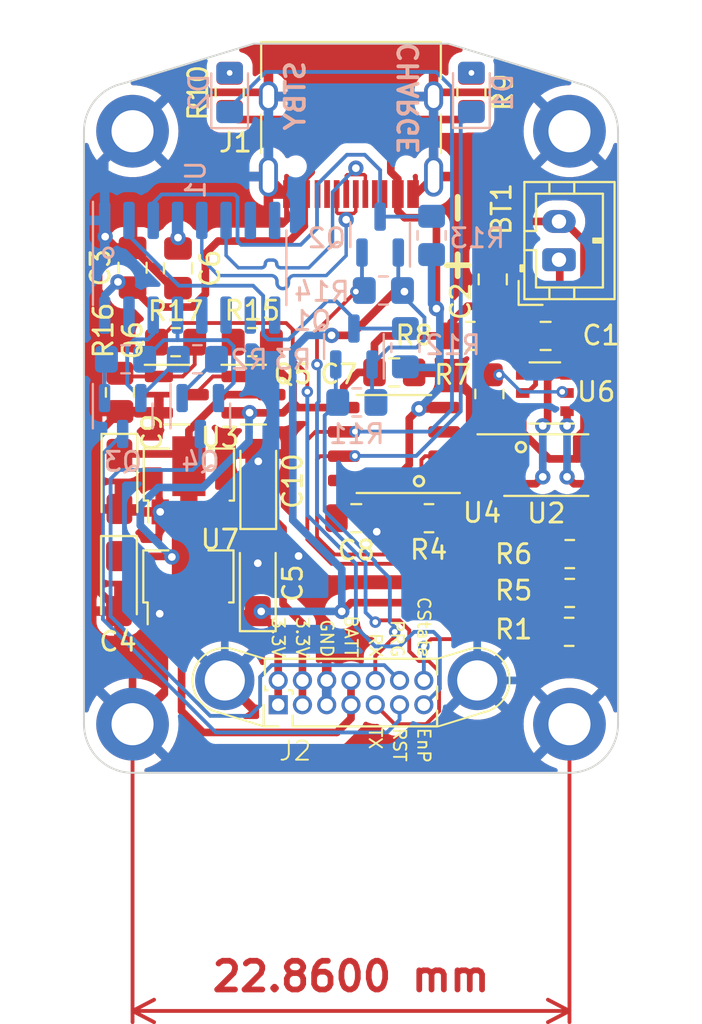
<source format=kicad_pcb>
(kicad_pcb (version 20221018) (generator pcbnew)
  (layers (0 "F.Cu" signal) (31 "B.Cu" signal) (34 "B.Paste" user) (35 "F.Paste" user) (36 "B.SilkS" user "B.Silkscreen") (37 "F.SilkS" user "F.Silkscreen") (38 "B.Mask" user) (39 "F.Mask" user) (44 "Edge.Cuts" user))
  (net 0 "")
  (net 1 "GND")
  (net 2 "+5V")
  (net 3 "+BATT")
  (net 4 "+3.3V")
  (net 6 "USB_D+")
  (net 7 "USB_D-")
  (net 11 "UC_EN")
  (net 12 "UC_ID0")
  (net 13 "UC_RX")
  (net 14 "UC_TX")
  (net 22 "+3.3VP")
  (net 23 "EnPower")
  (net 24 "ChargeState")
  (net 25 "Net-(Q3-B)")
  (net 26 "Net-(Q3-E)")
  (net 27 "Net-(Q4-B)")
  (net 28 "Net-(Q4-E)")
  (net 29 "Net-(U4-PROG)")
  (net 30 "-BATT")
  (net 31 "Net-(U6-VCC)")
  (net 32 "STATE_CHARGE")
  (net 33 "Net-(D1-A)")
  (net 34 "STATE_STBY")
  (net 35 "Net-(D2-A)")
  (net 36 "Net-(U6-CS)")
  (net 37 "Net-(U2-G1)")
  (net 38 "Net-(U2-G2)")
  (net 42 "Net-(U1-V3)")
  (net 43 "Net-(Q5-D)")
  (net 44 "Net-(Q1-D)")
  (net 45 "Net-(Q2-D)")
  (net 46 "Net-(Q5-G)")
  (net 47 "Net-(Q6-G)")
  (footprint "Capacitor_SMD:C_0805_2012Metric_Pad1.18x1.45mm_HandSolder" (layer "F.Cu") (at 0.2755 -9.11425 180)
    (fp_text reference "C8")
    (fp_text value "10uF")
  )
  (footprint "Capacitor_SMD:C_0805_2012Metric_Pad1.18x1.45mm_HandSolder" (layer "F.Cu") (at -9.051 -22.1726 -90)
    (fp_text reference "C6")
    (fp_text value "0.1uF")
  )
  (footprint "Resistor_SMD:R_0805_2012Metric_Pad1.20x1.40mm_HandSolder" (layer "F.Cu") (at -12.089 -15.68795 90)
    (fp_text reference "R16")
    (fp_text value "10K")
  )
  (footprint "Resistor_SMD:R_0805_2012Metric_Pad1.20x1.40mm_HandSolder" (layer "F.Cu") (at 4.08 -9.11425)
    (fp_text reference "R4")
    (fp_text value "R")
  )
  (footprint "Package_TO_SOT_SMD:SOT-89-3" (layer "F.Cu") (at -8.5076 -6.07075 90)
    (fp_text reference "U7")
    (fp_text value "XC6203")
  )
  (footprint "Resistor_SMD:R_0805_2012Metric_Pad1.20x1.40mm_HandSolder" (layer "F.Cu") (at 7.239 -15.60725 90)
    (fp_text reference "R7")
    (fp_text value "1K")
  )
  (footprint "Package_SO:TSSOP-8_4.4x3mm_P0.65mm" (layer "F.Cu") (at 10.2185 -11.88825)
    (fp_text reference "U2")
    (fp_text value "FS8205A")
  )
  (footprint "Capacitor_SMD:C_0805_2012Metric_Pad1.18x1.45mm_HandSolder" (layer "F.Cu") (at 10.1815 -18.63925)
    (fp_text reference "C1")
    (fp_text value "100nF")
  )
  (footprint "Package_TO_SOT_SMD:SOT-23" (layer "F.Cu") (at -5.1017 -15.57035)
    (fp_text reference "Q5")
    (fp_text value "AO3401A")
  )
  (footprint "Resistor_SMD:R_0805_2012Metric_Pad1.20x1.40mm_HandSolder" (layer "F.Cu") (at 11.446 -5.207)
    (fp_text reference "R5")
    (fp_text value "50K")
  )
  (footprint "Capacitor_Tantalum_SMD:CP_EIA-3216-18_Kemet-A_Pad1.58x1.35mm_HandSolder" (layer "F.Cu") (at -12.1412 -5.69555 -90)
    (fp_text reference "C4")
    (fp_text value "1uF Tantalum")
  )
  (footprint "Package_TO_SOT_SMD:SOT-89-3" (layer "F.Cu") (at -8.4822 -11.394 90)
    (fp_text reference "U3")
    (fp_text value "XC6203")
  )
  (footprint "Connector_JST:JST_PH_B2B-PH-K_1x02_P2.00mm_Vertical" (layer "F.Cu") (at 10.88 -22.622 90)
    (fp_text reference "BT1")
    (fp_text value "Battery_Cell")
  )
  (footprint "MountingHole:MountingHole_2.2mm_M2_DIN965_Pad" (layer "F.Cu") (at -11.43 -29.337)
    (fp_text reference "H2" hide)
    (fp_text value "MountingHole_Pad" hide)
  )
  (footprint "Package_SO:TSOP-6_1.65x3.05mm_P0.95mm" (layer "F.Cu") (at 10.143 -15.65725 180)
    (fp_text reference "U6")
    (fp_text value "DW01-P")
  )
  (footprint "Resistor_SMD:R_0805_2012Metric_Pad1.20x1.40mm_HandSolder" (layer "F.Cu") (at 6.239 -18.63925)
    (fp_text reference "R8")
    (fp_text value "100")
  )
  (footprint "Resistor_SMD:R_0805_2012Metric_Pad1.20x1.40mm_HandSolder" (layer "F.Cu") (at 11.446 -7.239)
    (fp_text reference "R6")
    (fp_text value "25K")
  )
  (footprint "Capacitor_Tantalum_SMD:CP_EIA-3216-18_Kemet-A_Pad1.58x1.35mm_HandSolder" (layer "F.Cu") (at -4.8514 -11.0339 90)
    (fp_text reference "C10")
    (fp_text value "1uF Tantalum")
  )
  (footprint "Resistor_SMD:R_0805_2012Metric_Pad1.20x1.40mm_HandSolder" (layer "F.Cu") (at 11.414 -3.175 180)
    (fp_text reference "R1")
    (fp_text value "50K")
  )
  (footprint "Capacitor_SMD:C_0805_2012Metric_Pad1.18x1.45mm_HandSolder" (layer "F.Cu") (at -11.43 -22.2019 90)
    (fp_text reference "C3")
    (fp_text value "0.1uF")
  )
  (footprint "Resistor_SMD:R_0805_2012Metric_Pad1.20x1.40mm_HandSolder" (layer "F.Cu") (at -6.35 -31.369 -90)
    (fp_text reference "R10")
    (fp_text value "1K")
  )
  (footprint "Package_TO_SOT_SMD:SOT-23" (layer "F.Cu") (at -9.1149 -15.57035)
    (fp_text reference "Q6")
    (fp_text value "2N7002")
  )
  (footprint "Resistor_SMD:R_0805_2012Metric_Pad1.20x1.40mm_HandSolder" (layer "F.Cu") (at 6.2992 -31.369 -90)
    (fp_text reference "R9")
    (fp_text value "1K")
  )
  (footprint "Connectors:PowerBoard" (layer "F.Cu") (at 0 0)
    (fp_text reference "J2")
    (fp_text value "POWERBOARD")
  )
  (footprint "Resistor_SMD:R_0805_2012Metric_Pad1.20x1.40mm_HandSolder" (layer "F.Cu") (at -9.1774 -18.31355 180)
    (fp_text reference "R17")
    (fp_text value "1K")
  )
  (footprint "Resistor_SMD:R_0805_2012Metric_Pad1.20x1.40mm_HandSolder" (layer "F.Cu") (at -5.1642 -18.31355)
    (fp_text reference "R15")
    (fp_text value "10K")
  )
  (footprint "Package_SO:SOP-8_3.9x4.9mm_P1.27mm" (layer "F.Cu") (at 2.244 -12.99025 180)
    (fp_text reference "U4")
    (fp_text value "TC4056A")
  )
  (footprint "Capacitor_SMD:C_0805_2012Metric_Pad1.18x1.45mm_HandSolder" (layer "F.Cu") (at 7.4168 -21.5939 90)
    (fp_text reference "C2")
    (fp_text value "10uF")
  )
  (footprint "Capacitor_SMD:C_0805_2012Metric_Pad1.18x1.45mm_HandSolder" (layer "F.Cu") (at 2.2645 -16.73425)
    (fp_text reference "C7")
    (fp_text value "10uF")
  )
  (footprint "Capacitor_Tantalum_SMD:CP_EIA-3216-18_Kemet-A_Pad1.58x1.35mm_HandSolder" (layer "F.Cu") (at -12.1158 -11.0339 -90)
    (fp_text reference "C9")
    (fp_text value "1uF Tantalum")
  )
  (footprint "Connector_USB:USB_C_Receptacle_HRO_TYPE-C-31-M-12" (layer "F.Cu") (at 0 -30.099 180)
    (fp_text reference "J1")
    (fp_text value "USB_C_Receptacle_USB2.0")
  )
  (footprint "MountingHole:MountingHole_2.2mm_M2_DIN965_Pad" (layer "F.Cu") (at 11.43 -29.337)
    (fp_text reference "H1" hide)
    (fp_text value "MountingHole_Pad" hide)
  )
  (footprint "MountingHole:MountingHole_2.2mm_M2_DIN965_Pad" (layer "F.Cu") (at 11.43 1.651)
    (fp_text reference "H3" hide)
    (fp_text value "MountingHole_Pad")
  )
  (footprint "Capacitor_Tantalum_SMD:CP_EIA-3216-18_Kemet-A_Pad1.58x1.35mm_HandSolder" (layer "F.Cu") (at -4.8768 -5.69555 90)
    (fp_text reference "C5")
    (fp_text value "1uF Tantalum")
  )
  (footprint "MountingHole:MountingHole_2.2mm_M2_DIN965_Pad" (layer "F.Cu") (at -11.43 1.651)
    (fp_text reference "H4" hide)
    (fp_text value "MountingHole_Pad")
  )
  (footprint "Diode_SMD:D_0805_2012Metric_Pad1.15x1.40mm_HandSolder" (layer "B.Cu") (at -6.35 -31.36 90)
    (fp_text reference "D2")
    (fp_text value "STBY")
  )
  (footprint "Diode_SMD:D_0805_2012Metric_Pad1.15x1.40mm_HandSolder" (layer "B.Cu") (at 6.2992 -31.369 90)
    (fp_text reference "D1")
    (fp_text value "CHARGE")
  )
  (footprint "Package_TO_SOT_SMD:SOT-23" (layer "B.Cu") (at -11.9466 -14.4549 -90)
    (fp_text reference "Q3")
    (fp_text value "BC846")
  )
  (footprint "Package_TO_SOT_SMD:SOT-23" (layer "B.Cu") (at 0.1524 -18.0871 90)
    (fp_text reference "Q1")
    (fp_text value "BS170F")
  )
  (footprint "Resistor_SMD:R_0805_2012Metric_Pad1.20x1.40mm_HandSolder" (layer "B.Cu") (at 1.6924 -21.0124)
    (fp_text reference "R14")
    (fp_text value "12K")
  )
  (footprint "Resistor_SMD:R_0805_2012Metric_Pad1.20x1.40mm_HandSolder" (layer "B.Cu") (at -8.037 -17.4198)
    (fp_text reference "R3")
    (fp_text value "12K")
  )
  (footprint "Resistor_SMD:R_0805_2012Metric_Pad1.20x1.40mm_HandSolder" (layer "B.Cu") (at 0.3048 -15.1638)
    (fp_text reference "R11")
    (fp_text value "12K")
  )
  (footprint "Package_TO_SOT_SMD:SOT-23" (layer "B.Cu") (at 1.524 -23.9357 90)
    (fp_text reference "Q2")
    (fp_text value "BS170F")
  )
  (footprint "Resistor_SMD:R_0805_2012Metric_Pad1.20x1.40mm_HandSolder" (layer "B.Cu") (at 2.8448 -18.0246 -90)
    (fp_text reference "R12")
    (fp_text value "12K")
  )
  (footprint "Resistor_SMD:R_0805_2012Metric_Pad1.20x1.40mm_HandSolder" (layer "B.Cu") (at -11.7962 -17.4198 180)
    (fp_text reference "R2")
    (fp_text value "12K")
  )
  (footprint "Resistor_SMD:R_0805_2012Metric_Pad1.20x1.40mm_HandSolder" (layer "B.Cu") (at 4.2164 -23.892 -90)
    (fp_text reference "R13")
    (fp_text value "12K")
  )
  (footprint "Package_TO_SOT_SMD:SOT-23" (layer "B.Cu") (at -7.8842 -14.4549 -90)
    (fp_text reference "Q4")
    (fp_text value "BC846")
  )
  (footprint "Package_SO:SOIC-16_3.9x9.9mm_P1.27mm" (layer "B.Cu") (at -8.4414 -22.2019 -90)
    (fp_text reference "U1")
    (fp_text value "CH340C")
  )
  (gr_circle (center -12.7 -22.987) (end -12.954 -22.987) (stroke (width 0.15)) (fill none) (layer "B.SilkS"))
  (gr_circle (center 8.89 -12.827) (end 9.144 -12.827) (stroke (width 0.15)) (fill none) (layer "F.SilkS"))
  (gr_circle (center 3.556 -11.049) (end 3.81 -11.049) (stroke (width 0.15)) (fill none) (layer "F.SilkS"))
  (gr_line (start -11.981003 -31.816515) (end -5.08 -33.909) (stroke (width 0.1)) (layer "Edge.Cuts"))
  (gr_line (start -13.97 1.651) (end -13.97 -29.337) (stroke (width 0.1)) (layer "Edge.Cuts"))
  (gr_arc (start -13.97 -29.337) (mid -13.411306 -30.926347) (end -11.981003 -31.816515) (stroke (width 0.1)) (layer "Edge.Cuts"))
  (gr_arc (start 11.981003 -31.816515) (mid 13.411306 -30.926348) (end 13.97 -29.337) (stroke (width 0.1)) (layer "Edge.Cuts"))
  (gr_line (start 5.08 -33.909) (end 11.981003 -31.816515) (stroke (width 0.1)) (layer "Edge.Cuts"))
  (gr_line (start -5.08 -33.909) (end 5.08 -33.909) (stroke (width 0.1)) (layer "Edge.Cuts"))
  (gr_arc (start 13.97 1.651) (mid 13.226051 3.447051) (end 11.43 4.191) (stroke (width 0.1)) (layer "Edge.Cuts"))
  (gr_line (start 13.97 -29.337) (end 13.97 1.651) (stroke (width 0.1)) (layer "Edge.Cuts"))
  (gr_line (start 11.43 4.191) (end -11.43 4.191) (stroke (width 0.1)) (layer "Edge.Cuts"))
  (gr_arc (start -11.43 4.191) (mid -13.226051 3.447051) (end -13.97 1.651) (stroke (width 0.1)) (layer "Edge.Cuts"))
  (gr_text "CHARGE" (at 3.6068 -31.0642 90) (layer "B.SilkS") (effects (font (size 1 1) (thickness 0.2)) (justify bottom mirror)))
  (gr_text "STBY" (at -2.3368 -31.1912 90) (layer "B.SilkS") (effects (font (size 1 1) (thickness 0.2)) (justify bottom mirror)))
  (gr_text "+ -" (at 6.35 -21.209 90) (layer "F.SilkS") (effects (font (size 1.5 1.5) (thickness 0.3) bold) (justify left bottom)))
  (dimension (type aligned) (layer "F.Cu") (pts (xy -11.43 1.651) (xy 11.43 1.651)) (height 14.986) (gr_text "22.8600 mm" (at 0 14.837) (layer "F.Cu") (effects (font (size 1.5 1.5) (thickness 0.3)))) (format (prefix "") (suffix "") (units 3) (units_format 1) (precision 4)) (style (thickness 0.2) (arrow_length 1.27) (text_position_mode 0) (extension_height 0.58642) (extension_offset 0.5) keep_text_aligned))
  (segment (start -12.1412 -4.25805) (end -13.2162 -5.33305) (width 0.4) (layer "F.Cu") (net 1))
  (segment (start 1.313 -9.11425) (end 1.313 -8.43625) (width 0.4) (layer "F.Cu") (net 1))
  (segment (start 3.25 -26.054) (end 3.405 -26.054) (width 0.4) (layer "F.Cu") (net 1))
  (segment (start -4.54 -31.369) (end -9.398 -31.369) (width 0.4) (layer "F.Cu") (net 1))
  (segment (start 1.3462 -8.4074) (end 1.3462 -8.40305) (width 0.4) (layer "F.Cu") (net 1))
  (segment (start -9.398 -31.369) (end -11.43 -29.337) (width 0.4) (layer "F.Cu") (net 1))
  (segment (start -13.208 -23.4805) (end -12.861 -23.8275) (width 0.4) (layer "F.Cu") (net 1))
  (segment (start 2.032 -7.71725) (end 4.191 -7.71725) (width 0.4) (layer "F.Cu") (net 1))
  (segment (start 1.3462 -8.40305) (end 2.032 -7.71725) (width 0.4) (layer "F.Cu") (net 1))
  (segment (start 6.210375 -14.60725) (end 6.208125 -14.605) (width 0.4) (layer "F.Cu") (net 1))
  (segment (start 6.208125 -14.605) (end 6.208125 -15.733125) (width 0.4) (layer "F.Cu") (net 1))
  (segment (start 6.2185 -13.58675) (end 6.208125 -13.597125) (width 0.4) (layer "F.Cu") (net 1))
  (segment (start 6.2185 -12.16225) (end 6.2185 -11.60375) (width 0.4) (layer "F.Cu") (net 1))
  (segment (start -1.27 -3.683) (end -2.7432 -5.1562) (width 0.4) (layer "F.Cu") (net 1))
  (segment (start 3.302 -16.73425) (end 5.207 -16.73425) (width 0.4) (layer "F.Cu") (net 1))
  (segment (start 7.356 -12.21325) (end 6.2695 -12.21325) (width 0.4) (layer "F.Cu") (net 1))
  (segment (start -1.27 -0.635) (end -1.27 0.635) (width 0.4) (layer "F.Cu") (net 1))
  (segment (start -2.7432 -5.1562) (end -2.7432 -7.1374) (width 0.4) (layer "F.Cu") (net 1))
  (segment (start -13.2162 -13.56075) (end -13.208 -13.56895) (width 0.4) (layer "F.Cu") (net 1))
  (segment (start 7.356 -12.21325) (end 7.356 -11.56325) (width 0.4) (layer "F.Cu") (net 1))
  (segment (start -11.43 -1.905) (end -11.43 1.651) (width 0.4) (layer "F.Cu") (net 1))
  (segment (start -3.405 -26.054) (end -4.32 -26.969) (width 0.4) (layer "F.Cu") (net 1))
  (segment (start 5.207 -16.73425) (end 6.208125 -15.733125) (width 0.4) (layer "F.Cu") (net 1))
  (segment (start 1.313 -8.43625) (end 1.34185 -8.4074) (width 0.4) (layer "F.Cu") (net 1))
  (segment (start -12.2729 -23.2394) (end -12.861 -23.8275) (width 0.4) (layer "F.Cu") (net 1))
  (segment (start 4.869 -11.08525) (end 4.869 -9.32525) (width 0.4) (layer "F.Cu") (net 1))
  (segment (start -12.192 -4.20725) (end -12.192 -2.667) (width 0.4) (layer "F.Cu") (net 1))
  (segment (start 4.869 -13.62525) (end 6.18 -13.62525) (width 0.4) (layer "F.Cu") (net 1))
  (segment (start -9.9822 -9.444) (end -11.9634 -9.444) (width 0.4) (layer "F.Cu") (net 1))
  (segment (start -13.208 -13.56895) (end -13.208 -23.4805) (width 0.4) (layer "F.Cu") (net 1))
  (segment (start 5.08 -8.60625) (end 4.191 -7.71725) (width 0.4) (layer "F.Cu") (net 1))
  (segment (start -4.32 -31.149) (end 4.32 -31.149) (width 0.4) (layer "F.Cu") (net 1))
  (segment (start 5.781 -11.08525) (end 6.259 -11.56325) (width 0.4) (layer "F.Cu") (net 1))
  (segment (start -13.2162 -5.33305) (end -13.2162 -13.56075) (width 0.4) (layer "F.Cu") (net 1))
  (segment (start -1.27 -0.635) (end -1.27 -3.683) (width 0.4) (layer "F.Cu") (net 1))
  (segment (start 6.259 -11.56325) (end 7.356 -11.56325) (width 0.4) (layer "F.Cu") (net 1))
  (segment (start -11.43 -23.2394) (end -12.2729 -23.2394) (width 0.4) (layer "F.Cu") (net 1))
  (segment (start 6.18 -13.62525) (end 6.2185 -13.58675) (width 0.4) (layer "F.Cu") (net 1))
  (segment (start 7.239 -14.60725) (end 6.210375 -14.60725) (width 0.4) (layer "F.Cu") (net 1))
  (segment (start -10.0524 -14.62035) (end -12.0214 -14.62035) (width 0.4) (layer "F.Cu") (net 1))
  (segment (start 5.08 -9.11425) (end 5.08 -8.60625) (width 0.4) (layer "F.Cu") (net 1))
  (segment (start 6.2695 -12.21325) (end 6.2185 -12.16225) (width 0.4) (layer "F.Cu") (net 1))
  (segment (start 4.869 -11.08525) (end 5.781 -11.08525) (width 0.4) (layer "F.Cu") (net 1))
  (segment (start 6.208125 -13.597125) (end 6.208125 -14.605) (width 0.4) (layer "F.Cu") (net 1))
  (segment (start -10.0076 -4.12075) (end -12.0039 -4.12075) (width 0.4) (layer "F.Cu") (net 1))
  (segment (start -3.25 -26.054) (end -3.405 -26.054) (width 0.4) (layer "F.Cu") (net 1))
  (segment (start 1.34185 -8.4074) (end 1.3462 -8.4074) (width 0.4) (layer "F.Cu") (net 1))
  (segment (start -9.3257 -21.1351) (end -11.43 -23.2394) (width 0.4) (layer "F.Cu") (net 1))
  (segment (start 3.405 -26.054) (end 4.32 -26.969) (width 0.4) (layer "F.Cu") (net 1))
  (segment (start -12.192 -2.667) (end -11.43 -1.905) (width 0.4) (layer "F.Cu") (net 1))
  (segment (start 6.2185 -13.58675) (end 6.2185 -12.16225) (width 0.4) (layer "F.Cu") (net 1))
  (segment (start 9.398 -31.369) (end 4.54 -31.369) (width 0.4) (layer "F.Cu") (net 1))
  (segment (start 11.43 -29.337) (end 9.398 -31.369) (width 0.4) (layer "F.Cu") (net 1))
  (segment (start 6.2185 -11.60375) (end 6.259 -11.56325) (width 0.4) (layer "F.Cu") (net 1))
  (segment (start -13.2162 -13.56075) (end -12.089 -14.68795) (width 0.4) (layer "F.Cu") (net 1))
  (via (at -2.7432 -7.1374) (size 0.8) (drill 0.4) (layers "F.Cu" "B.Cu") (net 1))
  (via (at -4.8514 -12.0856) (size 0.8) (drill 0.4) (layers "F.Cu" "B.Cu") (net 1))
  (via (at -12.861 -23.8275) (size 0.8) (drill 0.4) (layers "F.Cu" "B.Cu") (net 1))
  (via (at -10.0076 -4.12075) (size 0.8) (drill 0.4) (layers "F.Cu" "B.Cu") (net 1))
  (via (at -9.9822 -9.444) (size 0.8) (drill 0.4) (layers "F.Cu" "B.Cu") (net 1))
  (via (at -4.8768 -6.76235) (size 0.8) (drill 0.4) (layers "F.Cu" "B.Cu") (net 1))
  (via (at 1.3462 -8.4074) (size 0.8) (drill 0.4) (layers "F.Cu" "B.Cu") (net 1))
  (segment (start -12.8864 -24.6769) (end -12.8864 -27.8806) (width 0.4) (layer "B.Cu") (net 1))
  (segment (start -12.8864 -27.8806) (end -11.43 -29.337) (width 0.4) (layer "B.Cu") (net 1))
  (segment (start -4.32 -31.149) (end -4.32 -29.845) (width 0.4) (layer "B.Cu") (net 1))
  (segment (start 9.144 -0.635) (end 6.604 -0.635) (width 0.4) (layer "B.Cu") (net 1))
  (segment (start -11.43 1.651) (end -9.652 3.429) (width 0.4) (layer "B.Cu") (net 1))
  (segment (start -9.9822 -9.444) (end -7.493 -9.444) (width 0.4) (layer "B.Cu") (net 1))
  (segment (start 6.604 -0.635) (end 6.604 -3.1496) (width 0.4) (layer "B.Cu") (net 1))
  (segment (start -4.50175 -7.1374) (end -4.8768 -6.76235) (width 0.4) (layer "B.Cu") (net 1))
  (segment (start 6.604 -3.1496) (end 1.3462 -8.4074) (width 0.4) (layer "B.Cu") (net 1))
  (segment (start 4.32 -29.845) (end 4.32 -26.969) (width 0.4) (layer "B.Cu") (net 1))
  (segment (start -7.493 -9.444) (end -4.8514 -12.0856) (width 0.4) (layer "B.Cu") (net 1))
  (segment (start -7.493 -9.444) (end -7.493 -9.37855) (width 0.4) (layer "B.Cu") (net 1))
  (segment (start -4.32 -29.845) (end -4.32 -26.969) (width 0.4) (layer "B.Cu") (net 1))
  (segment (start 11.43 1.651) (end 9.144 -0.635) (width 0.4) (layer "B.Cu") (net 1))
  (segment (start 13.208 -27.559) (end 11.43 -29.337) (width 0.4) (layer "B.Cu") (net 1))
  (segment (start -7.5184 -4.12075) (end -4.8768 -6.76235) (width 0.4) (layer "B.Cu") (net 1))
  (segment (start -9.652 3.429) (end 9.652 3.429) (width 0.4) (layer "B.Cu") (net 1))
  (segment (start -6.604 -3.20635) (end -7.5184 -4.12075) (width 0.4) (layer "B.Cu") (net 1))
  (segment (start -10.0076 -4.12075) (end -7.5184 -4.12075) (width 0.4) (layer "B.Cu") (net 1))
  (segment (start -7.493 -9.37855) (end -4.8768 -6.76235) (width 0.4) (layer "B.Cu") (net 1))
  (segment (start -2.7432 -7.1374) (end -4.50175 -7.1374) (width 0.4) (layer "B.Cu") (net 1))
  (segment (start -6.604 -0.635) (end -6.604 -3.20635) (width 0.4) (layer "B.Cu") (net 1))
  (segment (start 11.43 1.651) (end 13.208 -0.127) (width 0.4) (layer "B.Cu") (net 1))
  (segment (start 9.652 3.429) (end 11.43 1.651) (width 0.4) (layer "B.Cu") (net 1))
  (segment (start 13.208 -0.127) (end 13.208 -27.559) (width 0.4) (layer "B.Cu") (net 1))
  (segment (start -4.32 -29.845) (end 4.32 -29.845) (width 0.4) (layer "B.Cu") (net 1))
  (segment (start 4.32 -31.149) (end 4.32 -29.845) (width 0.4) (layer "B.Cu") (net 1))
  (segment (start -11.43 -21.1644) (end -10.4132 -20.1476) (width 0.4) (layer "F.Cu") (net 2))
  (segment (start -2.0828 -27.210184) (end -2.0828 -29.949) (width 0.4) (layer "F.Cu") (net 2))
  (segment (start 4.1148 -24.8158) (end 2.8056 -24.8158) (width 0.4) (layer "F.Cu") (net 2))
  (segment (start 2.225 -11.08525) (end -0.381 -11.08525) (width 0.4) (layer "F.Cu") (net 2))
  (segment (start -8.306761 -20.1476) (end -7.62 -20.834361) (width 0.4) (layer "F.Cu") (net 2))
  (segment (start 2.45 -26.054) (end 2.45 -26.842984) (width 0.4) (layer "F.Cu") (net 2))
  (segment (start 2.8056 -24.8158) (end 2.45 -25.1714) (width 0.4) (layer "F.Cu") (net 2))
  (segment (start 5.8792 -29.949) (end 6.2992 -30.369) (width 0.4) (layer "F.Cu") (net 2))
  (segment (start 3.56035 -14.8336) (end 3.048 -14.32125) (width 0.4) (layer "F.Cu") (net 2))
  (segment (start -2.0828 -29.949) (end 2.0828 -29.949) (width 0.4) (layer "F.Cu") (net 2))
  (segment (start -7.62 -20.834361) (end -7.62 -22.9362) (width 0.4) (layer "F.Cu") (net 2))
  (segment (start 3.556 -14.8336) (end 3.56035 -14.8336) (width 0.4) (layer "F.Cu") (net 2))
  (segment (start -2.45 -24.3956) (end -2.45 -26.054) (width 0.4) (layer "F.Cu") (net 2))
  (segment (start 4.470183 -14.82925) (end 3.556 -14.82925) (width 0.4) (layer "F.Cu") (net 2))
  (segment (start 4.4704 -24.4602) (end 4.1148 -24.8158) (width 0.4) (layer "F.Cu") (net 2))
  (segment (start 2.45 -25.1714) (end 2.45 -26.054) (width 0.4) (layer "F.Cu") (net 2))
  (segment (start -5.93 -29.949) (end -2.0828 -29.949) (width 0.4) (layer "F.Cu") (net 2))
  (segment (start 3.048 -11.90825) (end 2.225 -11.08525) (width 0.4) (layer "F.Cu") (net 2))
  (segment (start 4.4704 -20.066) (end 4.4704 -24.4602) (width 0.4) (layer "F.Cu") (net 2))
  (segment (start -2.45 -26.842984) (end -2.0828 -27.210184) (width 0.4) (layer "F.Cu") (net 2))
  (segment (start 2.45 -26.842984) (end 2.0828 -27.210184) (width 0.4) (layer "F.Cu") (net 2))
  (segment (start -6.35 -30.369) (end -5.93 -29.949) (width 0.4) (layer "F.Cu") (net 2))
  (segment (start -2.45 -26.054) (end -2.45 -26.842984) (width 0.4) (layer "F.Cu") (net 2))
  (segment (start -6.9596 -23.5966) (end -3.2258 -23.5966) (width 0.4) (layer "F.Cu") (net 2))
  (segment (start 2.0828 -29.949) (end 5.8792 -29.949) (width 0.4) (layer "F.Cu") (net 2))
  (segment (start -3.2258 -23.5966) (end -2.4384 -24.384) (width 0.4) (layer "F.Cu") (net 2))
  (segment (start 3.048 -14.32125) (end 3.048 -11.90825) (width 0.4) (layer "F.Cu") (net 2))
  (segment (start -2.4384 -24.384) (end -2.45 -24.3956) (width 0.4) (layer "F.Cu") (net 2))
  (segment (start 3.556 -14.82925) (end 3.556 -14.8336) (width 0.4) (layer "F.Cu") (net 2))
  (segment (start -7.62 -22.9362) (end -6.9596 -23.5966) (width 0.4) (layer "F.Cu") (net 2))
  (segment (start -0.381 -11.08525) (end -0.381 -9.49525) (width 0.4) (layer "F.Cu") (net 2))
  (segment (start -10.4132 -20.1476) (end -8.306761 -20.1476) (width 0.4) (layer "F.Cu") (net 2))
  (segment (start 2.0828 -27.210184) (end 2.0828 -29.949) (width 0.4) (layer "F.Cu") (net 2))
  (via (at 3.556 -14.8336) (size 0.8) (drill 0.4) (layers "F.Cu" "B.Cu") (net 2))
  (via (at 4.4704 -20.066) (size 0.8) (drill 0.4) (layers "F.Cu" "B.Cu") (net 2))
  (via (at -12.192 -21.463) (size 0.8) (drill 0.4) (layers "F.Cu" "B.Cu") (net 2))
  (segment (start 4.6482 -15.9258) (end 4.6482 -16.9926) (width 0.4) (layer "B.Cu") (net 2))
  (segment (start 4.4704 -20.066) (end 4.6482 -19.8882) (width 0.4) (layer "B.Cu") (net 2))
  (segment (start -12.8864 -20.7686) (end -12.192 -21.463) (width 0.4) (layer "B.Cu") (net 2))
  (segment (start 2.8768 -16.9926) (end 4.6482 -16.9926) (width 0.4) (layer "B.Cu") (net 2))
  (segment (start -12.8864 -19.7269) (end -12.8864 -20.7686) (width 0.4) (layer "B.Cu") (net 2))
  (segment (start 3.556 -14.8336) (end 4.6482 -15.9258) (width 0.4) (layer "B.Cu") (net 2))
  (segment (start 4.6482 -16.9926) (end 4.6482 -19.8882) (width 0.4) (layer "B.Cu") (net 2))
  (segment (start 4.2164 -20.32) (end 4.4704 -20.066) (width 0.4) (layer "B.Cu") (net 2))
  (segment (start 4.2164 -22.892) (end 4.2164 -20.32) (width 0.4) (layer "B.Cu") (net 2))
  (segment (start 1.227 -16.73425) (end 1.227 -18.21525) (width 0.4) (layer "F.Cu") (net 3))
  (segment (start -3.048 -16.129) (end -4.1642 -17.2452) (width 0.4) (layer "F.Cu") (net 3))
  (segment (start -9.34 -7.11795) (end -9.3712 -7.08675) (width 0.4) (layer "F.Cu") (net 3))
  (segment (start 6.096 -20.193) (end 10.287 -20.193) (width 0.4) (layer "F.Cu") (net 3))
  (segment (start -9.4024 -7.11795) (end -12.1261 -7.11795) (width 0.4) (layer "F.Cu") (net 3))
  (segment (start -8.7884 -7.11795) (end -9.34 -7.11795) (width 0.4) (layer "F.Cu") (net 3))
  (segment (start 5.239 -18.63925) (end 5.239 -19.336) (width 0.4) (layer "F.Cu") (net 3))
  (segment (start -3.0267 -16.1077) (end -3.0267 -15.14965) (width 0.4) (layer "F.Cu") (net 3))
  (segment (start -0.381 -15.97225) (end 0.381 -16.73425) (width 0.4) (layer "F.Cu") (net 3))
  (segment (start -8.5076 -3.0494) (end -8.5076 -4.20825) (width 0.4) (layer "F.Cu") (net 3))
  (segment (start -3.0267 -15.14965) (end -3.556 -14.62035) (width 0.4) (layer "F.Cu") (net 3))
  (segment (start -5.3072 -14.63055) (end -5.297 -14.62035) (width 0.4) (layer "F.Cu") (net 3))
  (segment (start -8.8646 0.963708) (end -8.8646 -2.6924) (width 0.4) (layer "F.Cu") (net 3))
  (segment (start 0 -0.635) (end 0 0.635) (width 0.4) (layer "F.Cu") (net 3))
  (segment (start -6.0392 -14.62035) (end -5.3174 -14.62035) (width 0.4) (layer "F.Cu") (net 3))
  (segment (start 10.287 -20.193) (end 10.922 -20.828) (width 0.4) (layer "F.Cu") (net 3))
  (segment (start -8.8646 -2.6924) (end -8.5076 -3.0494) (width 0.4) (layer "F.Cu") (net 3))
  (segment (start 10.922 -20.828) (end 10.922 -22.58) (width 0.4) (layer "F.Cu") (net 3))
  (segment (start -4.1642 -17.2452) (end -4.1642 -18.31355) (width 0.4) (layer "F.Cu") (net 3))
  (segment (start -0.740694 2.0828) (end -7.745508 2.0828) (width 0.4) (layer "F.Cu") (net 3))
  (segment (start -3.048 -16.129) (end -3.0267 -16.1077) (width 0.4) (layer "F.Cu") (net 3))
  (segment (start -0.381 -14.89525) (end -2.7723 -14.89525) (width 0.4) (layer "F.Cu") (net 3))
  (segment (start -9.3712 -7.08675) (end -9.4024 -7.11795) (width 0.4) (layer "F.Cu") (net 3))
  (segment (start 0 1.342106) (end -0.740694 2.0828) (width 0.4) (layer "F.Cu") (net 3))
  (segment (start 0.381 -16.73425) (end 1.227 -16.73425) (width 0.4) (layer "F.Cu") (net 3))
  (segment (start -7.745508 2.0828) (end -8.8646 0.963708) (width 0.4) (layer "F.Cu") (net 3))
  (segment (start -5.297 -14.62035) (end -3.556 -14.62035) (width 0.4) (layer "F.Cu") (net 3))
  (segment (start 5.239 -19.336) (end 6.096 -20.193) (width 0.4) (layer "F.Cu") (net 3))
  (segment (start 1.227 -18.21525) (end 1.651 -18.63925) (width 0.4) (layer "F.Cu") (net 3))
  (segment (start -0.381 -14.89525) (end -0.381 -15.97225) (width 0.4) (layer "F.Cu") (net 3))
  (segment (start 1.651 -18.63925) (end 5.239 -18.63925) (width 0.4) (layer "F.Cu") (net 3))
  (segment (start -5.3174 -14.62035) (end -5.3072 -14.63055) (width 0.4) (layer "F.Cu") (net 3))
  (segment (start -2.7723 -14.89525) (end -3.0267 -15.14965) (width 0.4) (layer "F.Cu") (net 3))
  (segment (start 0 0.635) (end 0 1.342106) (width 0.4) (layer "F.Cu") (net 3))
  (via (at -9.3712 -7.08675) (size 0.8) (drill 0.4) (layers "F.Cu" "B.Cu") (net 3))
  (via (at -5.3072 -14.63055) (size 0.8) (drill 0.4) (layers "F.Cu" "B.Cu") (net 3))
  (segment (start -11.0236 -9.779) (end -11.0236 -8.7376) (width 0.4) (layer "B.Cu") (net 3))
  (segment (start -5.334 -14.5796) (end -5.334 -13.6216) (width 0.4) (layer "B.Cu") (net 3))
  (segment (start -7.747 -10.7188) (end -10.0838 -10.7188) (width 0.4) (layer "B.Cu") (net 3))
  (segment (start -5.3354 -13.6202) (end -5.3354 -13.1304) (width 0.4) (layer "B.Cu") (net 3))
  (segment (start -10.0838 -10.7188) (end -11.0236 -9.779) (width 0.4) (layer "B.Cu") (net 3))
  (segment (start -5.3354 -13.1304) (end -7.747 -10.7188) (width 0.4) (layer "B.Cu") (net 3))
  (segment (start -11.0236 -8.7376) (end -9.398 -7.112) (width 0.4) (layer "B.Cu") (net 3))
  (segment (start 5.334 -3.294) (end 10.295 -3.294) (width 0.4) (layer "F.Cu") (net 4))
  (segment (start 2.286 -20.955) (end 2.794 -20.955) (width 0.4) (layer "F.Cu") (net 4))
  (segment (start -3.81 -0.635) (end -3.81 0.635) (width 0.4) (layer "F.Cu") (net 4))
  (segment (start 0 -4.699) (end 3.929 -4.699) (width 0.4) (layer "F.Cu") (net 4))
  (segment (start -0.4572 -4.2418) (end 0 -4.699) (width 0.4) (layer "F.Cu") (net 4))
  (segment (start -0.4826 -4.2418) (end -0.4572 -4.2418) (width 0.4) (layer "F.Cu") (net 4))
  (segment (start -7.0076 -4.12075) (end -5.0141 -4.12075) (width 0.4) (layer "F.Cu") (net 4))
  (segment (start 0 -18.669) (end 2.286 -20.955) (width 0.4) (layer "F.Cu") (net 4))
  (segment (start -3.81 -3.19125) (end -4.699 -4.08025) (width 0.4) (layer "F.Cu") (net 4))
  (segment (start -3.81 -0.635) (end -3.81 -3.19125) (width 0.4) (layer "F.Cu") (net 4))
  (segment (start 0 -18.669) (end -1.016 -18.669) (width 0.4) (layer "F.Cu") (net 4))
  (segment (start 3.929 -4.699) (end 5.334 -3.294) (width 0.4) (layer "F.Cu") (net 4))
  (via (at 2.794 -20.955) (size 0.8) (drill 0.4) (layers "F.Cu" "B.Cu") (net 4))
  (via (at -4.699 -4.2418) (size 0.8) (drill 0.4) (layers "F.Cu" "B.Cu") (net 4))
  (via (at -1.016 -18.669) (size 0.8) (drill 0.4) (layers "F.Cu" "B.Cu") (net 4))
  (via (at -0.4826 -4.2418) (size 0.8) (drill 0.4) (layers "F.Cu" "B.Cu") (net 4))
  (segment (start -2.286 -18.669) (end -1.016 -18.669) (width 0.4) (layer "B.Cu") (net 4))
  (segment (start -3.048 -17.907) (end -2.286 -18.669) (width 0.4) (layer "B.Cu") (net 4))
  (segment (start -0.4826 -4.2418) (end -0.4826 -6.4516) (width 0.4) (layer "B.Cu") (net 4))
  (segment (start -0.4826 -4.2418) (end -4.699 -4.2418) (width 0.4) (layer "B.Cu") (net 4))
  (segment (start 2.6924 -20.754817) (end 3.8448 -19.602417) (width 0.2) (layer "B.Cu") (net 4))
  (segment (start 3.8448 -18.446783) (end 3.432017 -18.034) (width 0.2) (layer "B.Cu") (net 4))
  (segment (start 3.432017 -18.034) (end 1.9868 -18.034) (width 0.2) (layer "B.Cu") (net 4))
  (segment (start 1.1024 -17.1496) (end 1.1024 -15.3662) (width 0.2) (layer "B.Cu") (net 4))
  (segment (start -0.4826 -6.4516) (end -3.048 -9.017) (width 0.4) (layer "B.Cu") (net 4))
  (segment (start -3.048 -9.017) (end -3.048 -17.907) (width 0.4) (layer "B.Cu") (net 4))
  (segment (start 1.9868 -18.034) (end 1.1024 -17.1496) (width 0.2) (layer "B.Cu") (net 4))
  (segment (start 2.474 -22.9982) (end 2.474 -21.2308) (width 0.2) (layer "B.Cu") (net 4))
  (segment (start 3.8448 -19.602417) (end 3.8448 -18.446783) (width 0.2) (layer "B.Cu") (net 4))
  (segment (start -0.75 -26.054) (end -0.75 -25.099) (width 0.18) (layer "F.Cu") (net 6))
  (segment (start -0.254 -25.039) (end -0.254 -24.7142) (width 0.18) (layer "F.Cu") (net 6))
  (segment (start 0.25 -25.149) (end 0.25 -26.054) (width 0.18) (layer "F.Cu") (net 6))
  (segment (start -0.254 -25.039) (end 0.14 -25.039) (width 0.18) (layer "F.Cu") (net 6))
  (segment (start -0.75 -25.099) (end -0.69 -25.039) (width 0.18) (layer "F.Cu") (net 6))
  (segment (start -0.69 -25.039) (end -0.254 -25.039) (width 0.18) (layer "F.Cu") (net 6))
  (segment (start 0.14 -25.039) (end 0.25 -25.149) (width 0.18) (layer "F.Cu") (net 6))
  (via (at -0.254 -24.7142) (size 0.8) (drill 0.4) (layers "F.Cu" "B.Cu") (net 6))
  (segment (start -3.2718 -21.4932) (end -3.2718 -21.409679) (width 0.18) (layer "B.Cu") (net 6))
  (segment (start -1.2954 -21.7932) (end -2.9718 -21.7932) (width 0.18) (layer "B.Cu") (net 6))
  (segment (start -0.254 -24.7142) (end -0.254 -22.8346) (width 0.18) (layer "B.Cu") (net 6))
  (segment (start -0.254 -22.8346) (end -1.2954 -21.7932) (width 0.18) (layer "B.Cu") (net 6))
  (segment (start -4.1718 -21.7932) (end -6.9342 -21.7932) (width 0.18) (layer "B.Cu") (net 6))
  (segment (start -6.9342 -21.7932) (end -7.8064 -22.6654) (width 0.18) (layer "B.Cu") (net 6))
  (segment (start -3.8718 -21.409679) (end -3.8718 -21.4932) (width 0.18) (layer "B.Cu") (net 6))
  (segment (start -7.8064 -22.6654) (end -7.8064 -24.6769) (width 0.18) (layer "B.Cu") (net 6))
  (arc (start -3.8718 -21.4932) (mid -3.959668 -21.705332) (end -4.1718 -21.7932) (width 0.18) (layer "B.Cu") (net 6))
  (arc (start -3.2718 -21.409679) (mid -3.359668 -21.197547) (end -3.5718 -21.109679) (width 0.18) (layer "B.Cu") (net 6))
  (arc (start -2.9718 -21.7932) (mid -3.183932 -21.705332) (end -3.2718 -21.4932) (width 0.18) (layer "B.Cu") (net 6))
  (arc (start -3.5718 -21.109679) (mid -3.783932 -21.197547) (end -3.8718 -21.409679) (width 0.18) (layer "B.Cu") (net 6))
  (segment (start 0.254 -27.069) (end 0.69 -27.069) (width 0.18) (layer "F.Cu") (net 7))
  (segment (start -0.25 -27.009) (end -0.19 -27.069) (width 0.18) (layer "F.Cu") (net 7))
  (segment (start 0.69 -27.069) (end 0.75 -27.009) (width 0.18) (layer "F.Cu") (net 7))
  (segment (start -0.19 -27.069) (end 0.254 -27.069) (width 0.18) (layer "F.Cu") (net 7))
  (segment (start -0.25 -26.054) (end -0.25 -27.009) (width 0.18) (layer "F.Cu") (net 7))
  (segment (start 0.75 -27.009) (end 0.75 -26.054) (width 0.18) (layer "F.Cu") (net 7))
  (segment (start 0.254 -27.069) (end 0.254 -27.4066) (width 0.18) (layer "F.Cu") (net 7))
  (via (at 0.254 -27.4066) (size 0.8) (drill 0.4) (layers "F.Cu" "B.Cu") (net 7))
  (segment (start -0.9652 -23.4442) (end -2.2098 -22.1996) (width 0.18) (layer "B.Cu") (net 7))
  (segment (start -0.6858 -26.4668) (end -0.6858 -26.4414) (width 0.18) (layer "B.Cu") (net 7))
  (segment (start -5.8928 -22.1996) (end -6.5364 -22.8432) (width 0.18) (layer "B.Cu") (net 7))
  (segment (start 0.254 -27.4066) (end -0.6858 -26.4668) (width 0.18) (layer "B.Cu") (net 7))
  (segment (start -0.9652 -26.162) (end -0.9652 -23.4442) (width 0.18) (layer "B.Cu") (net 7))
  (segment (start -2.2098 -22.1996) (end -3.683 -22.1996) (width 0.18) (layer "B.Cu") (net 7))
  (segment (start -4.088568 -22.605168) (end -4.283 -22.605168) (width 0.18) (layer "B.Cu") (net 7))
  (segment (start -6.5364 -22.8432) (end -6.5364 -24.6769) (width 0.18) (layer "B.Cu") (net 7))
  (segment (start -5.8928 -22.1996) (end -4.688568 -22.1996) (width 0.18) (layer "B.Cu") (net 7))
  (segment (start -0.6858 -26.4414) (end -0.9652 -26.162) (width 0.18) (layer "B.Cu") (net 7))
  (arc (start -3.885784 -22.402384) (mid -3.945178 -22.545774) (end -4.088568 -22.605168) (width 0.18) (layer "B.Cu") (net 7))
  (arc (start -4.485784 -22.402384) (mid -4.545178 -22.258994) (end -4.688568 -22.1996) (width 0.18) (layer "B.Cu") (net 7))
  (arc (start -3.683 -22.1996) (mid -3.82639 -22.258994) (end -3.885784 -22.402384) (width 0.18) (layer "B.Cu") (net 7))
  (arc (start -4.283 -22.605168) (mid -4.42639 -22.545774) (end -4.485784 -22.402384) (width 0.18) (layer "B.Cu") (net 7))
  (segment (start -7.068182 2.0828) (end -12.9794 -3.828418) (width 0.2) (layer "B.Cu") (net 11))
  (segment (start -12.9794 -12.4846) (end -11.9466 -13.5174) (width 0.2) (layer "B.Cu") (net 11))
  (segment (start 2.54 1.4224) (end 1.8796 2.0828) (width 0.2) (layer "B.Cu") (net 11))
  (segment (start 2.54 0.7112) (end 2.54 1.4224) (width 0.2) (layer "B.Cu") (net 11))
  (segment (start 1.8796 2.0828) (end -7.068182 2.0828) (width 0.2) (layer "B.Cu") (net 11))
  (segment (start -12.9794 -3.828418) (end -12.9794 -12.4846) (width 0.2) (layer "B.Cu") (net 11))
  (segment (start 1.74 -1.435) (end 2.54 -0.635) (width 0.2) (layer "B.Cu") (net 12))
  (segment (start -4.754 -0.746171) (end -4.754 0.6646) (width 0.2) (layer "B.Cu") (net 12))
  (segment (start -12.5794 -3.994104) (end -12.5794 -11.1696) (width 0.2) (layer "B.Cu") (net 12))
  (segment (start -12.1158 -11.6332) (end -8.2804 -11.6332) (width 0.2) (layer "B.Cu") (net 12))
  (segment (start -7.874 -12.0396) (end -7.8842 -12.0498) (width 0.2) (layer "B.Cu") (net 12))
  (segment (start -4.754 -0.746171) (end -4.754 -0.822371) (width 0.2) (layer "B.Cu") (net 12))
  (segment (start -8.2804 -11.6332) (end -7.874 -12.0396) (width 0.2) (layer "B.Cu") (net 12))
  (segment (start -7.8842 -12.0498) (end -7.8842 -13.5174) (width 0.2) (layer "B.Cu") (net 12))
  (segment (start -4.754 0.6646) (end -5.3044 1.215) (width 0.2) (layer "B.Cu") (net 12))
  (segment (start -12.5794 -11.1696) (end -12.1158 -11.6332) (width 0.2) (layer "B.Cu") (net 12))
  (segment (start -5.3044 1.215) (end -7.370296 1.215) (width 0.2) (layer "B.Cu") (net 12))
  (segment (start -4.141371 -1.435) (end 1.74 -1.435) (width 0.2) (layer "B.Cu") (net 12))
  (segment (start -7.370296 1.215) (end -12.5794 -3.994104) (width 0.2) (layer "B.Cu") (net 12))
  (segment (start -4.754 -0.822371) (end -4.141371 -1.435) (width 0.2) (layer "B.Cu") (net 12))
  (segment (start 1.27 -1.905) (end 1.27 -0.635) (width 0.2) (layer "F.Cu") (net 13))
  (segment (start 2.286 -2.921) (end 1.27 -1.905) (width 0.2) (layer "F.Cu") (net 13))
  (via (at 2.286 -3.175) (size 0.6) (drill 0.3) (layers "F.Cu" "B.Cu") (net 13))
  (segment (start 1.27 -6.731) (end 2.032 -5.969) (width 0.2) (layer "B.Cu") (net 13))
  (segment (start 2.286 -3.429) (end 2.032 -3.683) (width 0.2) (layer "B.Cu") (net 13))
  (segment (start 1.27 -6.846372) (end 1.27 -6.731) (width 0.2) (layer "B.Cu") (net 13))
  (segment (start 2.032 -5.969) (end 2.032 -3.683) (width 0.2) (layer "B.Cu") (net 13))
  (segment (start -1.378 -9.494372) (end 1.27 -6.846372) (width 0.2) (layer "B.Cu") (net 13))
  (segment (start -0.7976 -17.1496) (end -0.7976 -15.2662) (width 0.2) (layer "B.Cu") (net 13))
  (segment (start -1.378 -14.481) (end -1.378 -9.494372) (width 0.2) (layer "B.Cu") (net 13))
  (segment (start -0.6952 -15.1638) (end -1.378 -14.481) (width 0.2) (layer "B.Cu") (net 13))
  (segment (start 1.362 -3.775) (end 1.27 -3.683) (width 0.2) (layer "F.Cu") (net 14))
  (segment (start 1.27 0.635) (end 2.286 1.651) (width 0.2) (layer "F.Cu") (net 14))
  (segment (start -1.778 -18.923) (end -1.778 -17.145) (width 0.2) (layer "F.Cu") (net 14))
  (segment (start 3.048 -3.261529) (end 2.534529 -3.775) (width 0.2) (layer "F.Cu") (net 14))
  (segment (start 3.556 -1.651) (end 3.048 -2.159) (width 0.2) (layer "F.Cu") (net 14))
  (segment (start 4.61 -1.105) (end 4.064 -1.651) (width 0.2) (layer "F.Cu") (net 14))
  (segment (start 4.064 -1.651) (end 3.556 -1.651) (width 0.2) (layer "F.Cu") (net 14))
  (segment (start 0.254 -20.955) (end -1.778 -18.923) (width 0.2) (layer "F.Cu") (net 14))
  (segment (start 2.534529 -3.775) (end 1.362 -3.775) (width 0.2) (layer "F.Cu") (net 14))
  (segment (start 3.048 -2.159) (end 3.048 -3.261529) (width 0.2) (layer "F.Cu") (net 14))
  (segment (start 4.61 0.966371) (end 4.61 -1.105) (width 0.2) (layer "F.Cu") (net 14))
  (segment (start 2.286 1.651) (end 3.925371 1.651) (width 0.2) (layer "F.Cu") (net 14))
  (segment (start 3.925371 1.651) (end 4.61 0.966371) (width 0.2) (layer "F.Cu") (net 14))
  (via (at 0.254 -20.955) (size 0.6) (drill 0.3) (layers "F.Cu" "B.Cu") (net 14))
  (via (at -1.778 -17.145) (size 0.6) (drill 0.3) (layers "F.Cu" "B.Cu") (net 14))
  (via (at 1.27 -3.683) (size 0.6) (drill 0.3) (layers "F.Cu" "B.Cu") (net 14))
  (segment (start -1.686 -17.053) (end -1.686 -15.205) (width 0.2) (layer "B.Cu") (net 14))
  (segment (start 1.27 -3.683) (end 0.762 -4.191) (width 0.2) (layer "B.Cu") (net 14))
  (segment (start 0.574 -22.9982) (end 0.574 -21.1308) (width 0.2) (layer "B.Cu") (net 14))
  (segment (start -1.686 -15.205) (end -1.778 -15.113) (width 0.2) (layer "B.Cu") (net 14))
  (segment (start 0.762 -6.788686) (end 0.762 -4.191) (width 0.2) (layer "B.Cu") (net 14))
  (segment (start -1.778 -17.145) (end -1.686 -17.053) (width 0.2) (layer "B.Cu") (net 14))
  (segment (start -1.778 -9.328686) (end 0.762 -6.788686) (width 0.2) (layer "B.Cu") (net 14))
  (segment (start -1.778 -15.113) (end -1.778 -9.328686) (width 0.2) (layer "B.Cu") (net 14))
  (segment (start -3.5546 -8.58535) (end -4.56565 -9.5964) (width 0.4) (layer "F.Cu") (net 22))
  (segment (start -6.9822 -9.444) (end -5.0038 -9.444) (width 0.4) (layer "F.Cu") (net 22))
  (segment (start -2.54 -0.635) (end -2.54 0.635) (width 0.4) (layer "F.Cu") (net 22))
  (segment (start -2.54 -0.635) (end -2.54 -3.60835) (width 0.4) (layer "F.Cu") (net 22))
  (segment (start -3.5546 -4.62295) (end -3.5546 -8.58535) (width 0.4) (layer "F.Cu") (net 22))
  (segment (start -2.54 -3.60835) (end -3.5546 -4.62295) (width 0.4) (layer "F.Cu") (net 22))
  (segment (start -3.048 -17.399) (end -2.286 -16.637) (width 0.2) (layer "F.Cu") (net 23))
  (segment (start -3.048 -18.923) (end -3.048 -17.399) (width 0.2) (layer "F.Cu") (net 23))
  (segment (start -9.1774 -19.31355) (end -3.390294 -19.31355) (width 0.2) (layer "F.Cu") (net 23))
  (segment (start -10.1774 -18.31355) (end -9.1774 -19.31355) (width 0.2) (layer "F.Cu") (net 23))
  (segment (start -2.286 -16.637) (end -2.286 -15.7226) (width 0.2) (layer "F.Cu") (net 23))
  (segment (start -3.390294 -19.31355) (end -3.023872 -18.947128) (width 0.2) (layer "F.Cu") (net 23))
  (segment (start -3.023872 -18.947128) (end -3.048 -18.923) (width 0.2) (layer "F.Cu") (net 23))
  (via (at -2.286 -15.7226) (size 0.6) (drill 0.3) (layers "F.Cu" "B.Cu") (net 23))
  (segment (start 4.6482 -0.2032) (end 3.81 0.635) (width 0.2) (layer "B.Cu") (net 23))
  (segment (start 1.27 -2.413) (end 2.54 -2.413) (width 0.2) (layer "B.Cu") (net 23))
  (segment (start -2.286 -9.271) (end 0.254 -6.731) (width 0.2) (layer "B.Cu") (net 23))
  (segment (start 4.318 -3.175) (end 4.6482 -2.8448) (width 0.2) (layer "B.Cu") (net 23))
  (segment (start 2.54 -2.413) (end 3.302 -3.175) (width 0.2) (layer "B.Cu") (net 23))
  (segment (start 0.254 -3.429) (end 1.27 -2.413) (width 0.2) (layer "B.Cu") (net 23))
  (segment (start 4.6482 -2.8448) (end 4.6482 -0.2032) (width 0.2) (layer "B.Cu") (net 23))
  (segment (start 3.302 -3.175) (end 4.318 -3.175) (width 0.2) (layer "B.Cu") (net 23))
  (segment (start 0.254 -6.731) (end 0.254 -3.429) (width 0.2) (layer "B.Cu") (net 23))
  (segment (start -2.286 -15.7226) (end -2.286 -9.271) (width 0.2) (layer "B.Cu") (net 23))
  (segment (start 11.144 -1.905) (end 12.414 -3.175) (width 0.2) (layer "F.Cu") (net 24))
  (segment (start 8.255 -2.794) (end 9.144 -1.905) (width 0.2) (layer "F.Cu") (net 24))
  (segment (start 9.144 -1.905) (end 11.144 -1.905) (width 0.2) (layer "F.Cu") (net 24))
  (segment (start 4.191 -2.794) (end 8.255 -2.794) (width 0.2) (layer "F.Cu") (net 24))
  (segment (start 12.446 -7.239) (end 12.446 -5.207) (width 0.2) (layer "F.Cu") (net 24))
  (segment (start 3.81 -2.413) (end 4.191 -2.794) (width 0.2) (layer "F.Cu") (net 24))
  (segment (start 12.446 -5.207) (end 12.446 -3.207) (width 0.2) (layer "F.Cu") (net 24))
  (via (at 3.81 -2.413) (size 0.6) (drill 0.3) (layers "F.Cu" "B.Cu") (net 24))
  (segment (start 3.81 -2.159) (end 3.81 -2.413) (width 0.2) (layer "B.Cu") (net 24))
  (segment (start 3.81 -0.635) (end 3.81 -2.159) (width 0.2) (layer "B.Cu") (net 24))
  (segment (start -12.8966 -15.3924) (end -12.8966 -17.3194) (width 0.2) (layer "B.Cu") (net 25))
  (segment (start -11.7094 -18.084417) (end -11.336617 -18.4572) (width 0.2) (layer "B.Cu") (net 26))
  (segment (start -11.336617 -18.4572) (end -10.6344 -18.4572) (width 0.2) (layer "B.Cu") (net 26))
  (segment (start -10.9966 -15.4602) (end -9.037 -17.4198) (width 0.2) (layer "B.Cu") (net 26))
  (segment (start -10.9966 -15.3924) (end -11.7094 -16.1052) (width 0.2) (layer "B.Cu") (net 26))
  (segment (start -10.3464 -18.7452) (end -10.3464 -19.7269) (width 0.2) (layer "B.Cu") (net 26))
  (segment (start -10.6344 -18.4572) (end -10.3464 -18.7452) (width 0.2) (layer "B.Cu") (net 26))
  (segment (start -11.7094 -16.1052) (end -11.7094 -18.084417) (width 0.2) (layer "B.Cu") (net 26))
  (segment (start -8.8342 -15.6226) (end -7.037 -17.4198) (width 0.2) (layer "B.Cu") (net 27))
  (segment (start -9.0764 -18.4366) (end -9.0932 -18.4198) (width 0.2) (layer "B.Cu") (net 28))
  (segment (start -9.7962 -18.4198) (end -9.0932 -18.4198) (width 0.2) (layer "B.Cu") (net 28))
  (segment (start -6.137 -18.097617) (end -6.459183 -18.4198) (width 0.2) (layer "B.Cu") (net 28))
  (segment (start -6.9342 -15.3924) (end -6.137 -16.1896) (width 0.2) (layer "B.Cu") (net 28))
  (segment (start -9.0764 -19.7269) (end -9.0764 -18.4366) (width 0.2) (layer "B.Cu") (net 28))
  (segment (start -6.137 -16.1896) (end -6.137 -18.097617) (width 0.2) (layer "B.Cu") (net 28))
  (segment (start -9.7962 -18.4198) (end -10.7962 -17.4198) (width 0.2) (layer "B.Cu") (net 28))
  (segment (start -9.0932 -18.4198) (end -6.459183 -18.4198) (width 0.2) (layer "B.Cu") (net 28))
  (segment (start 3.08 -9.11425) (end 3.08 -10.757646) (width 0.2) (layer "F.Cu") (net 29))
  (segment (start 3.683 -12.16225) (end 3.876 -12.35525) (width 0.2) (layer "F.Cu") (net 29))
  (segment (start 3.876 -12.35525) (end 4.869 -12.35525) (width 0.2) (layer "F.Cu") (net 29))
  (segment (start 3.683 -11.360646) (end 3.683 -12.16225) (width 0.2) (layer "F.Cu") (net 29))
  (segment (start 3.08 -10.757646) (end 3.683 -11.360646) (width 0.2) (layer "F.Cu") (net 29))
  (segment (start 11.811 -12.21325) (end 10.363 -12.21325) (width 0.4) (layer "F.Cu") (net 30))
  (segment (start 13.081 -12.21325) (end 11.811 -12.21325) (width 0.4) (layer "F.Cu") (net 30))
  (segment (start 8.983 -13.59325) (end 8.983 -14.70725) (width 0.4) (layer "F.Cu") (net 30))
  (segment (start 7.4168 -22.6314) (end 9.4074 -24.622) (width 0.4) (layer "F.Cu") (net 30))
  (segment (start 12.192 -23.585) (end 11.155 -24.622) (width 0.4) (layer "F.Cu") (net 30))
  (segment (start 10.363 -12.21325) (end 8.983 -13.59325) (width 0.4) (layer "F.Cu") (net 30))
  (segment (start 12.192 -18.63925) (end 12.192 -23.585) (width 0.4) (layer "F.Cu") (net 30))
  (segment (start 12.192 -13.697879) (end 12.192 -18.63925) (width 0.4) (layer "F.Cu") (net 30))
  (segment (start 13.081 -11.56325) (end 13.081 -12.21325) (width 0.4) (layer "F.Cu") (net 30))
  (segment (start 9.4074 -24.622) (end 10.88 -24.622) (width 0.4) (layer "F.Cu") (net 30))
  (segment (start 11.811 -12.21325) (end 11.811 -13.316879) (width 0.4) (layer "F.Cu") (net 30))
  (segment (start 11.219 -18.63925) (end 12.192 -18.63925) (width 0.4) (layer "F.Cu") (net 30))
  (segment (start 11.811 -13.316879) (end 12.192 -13.697879) (width 0.4) (layer "F.Cu") (net 30))
  (segment (start 9.658 -17.10925) (end 9.144 -17.62325) (width 0.25) (layer "F.Cu") (net 31))
  (segment (start 9.144 -18.63925) (end 7.239 -18.63925) (width 0.25) (layer "F.Cu") (net 31))
  (segment (start 8.983 -15.65725) (end 9.216 -15.65725) (width 0.25) (layer "F.Cu") (net 31))
  (segment (start 9.658 -16.09925) (end 9.658 -17.10925) (width 0.25) (layer "F.Cu") (net 31))
  (segment (start 9.216 -15.65725) (end 9.658 -16.09925) (width 0.25) (layer "F.Cu") (net 31))
  (segment (start 9.144 -17.62325) (end 9.144 -18.63925) (width 0.25) (layer "F.Cu") (net 31))
  (segment (start -0.86725 -7.21725) (end -1.778 -8.128) (width 0.2) (layer "F.Cu") (net 32))
  (segment (start -1.778 -12.192) (end -1.61475 -12.35525) (width 0.2) (layer "F.Cu") (net 32))
  (segment (start -1.778 -8.128) (end -1.778 -12.192) (width 0.2) (layer "F.Cu") (net 32))
  (segment (start -1.61475 -12.35525) (end -0.381 -12.35525) (width 0.2) (layer "F.Cu") (net 32))
  (segment (start 10.42425 -7.21725) (end -0.86725 -7.21725) (width 0.2) (layer "F.Cu") (net 32))
  (via (at 0.2032 -12.3698) (size 0.6) (drill 0.3) (layers "F.Cu" "B.Cu") (net 32))
  (segment (start 3.410486 -12.3698) (end 0.2032 -12.3698) (width 0.2) (layer "B.Cu") (net 32))
  (segment (start 6.2992 -30.344) (end 5.7404 -29.7852) (width 0.2) (layer "B.Cu") (net 32))
  (segment (start 5.7404 -29.7852) (end 5.7404 -14.699714) (width 0.2) (layer "B.Cu") (net 32))
  (segment (start 5.7404 -14.699714) (end 3.410486 -12.3698) (width 0.2) (layer "B.Cu") (net 32))
  (via (at 6.2992 -32.385) (size 0.6) (drill 0.3) (layers "F.Cu" "B.Cu") (net 33))
  (segment (start 9.525 -5.207) (end 8.001 -6.731) (width 0.2) (layer "F.Cu") (net 34))
  (segment (start -1.86875 -13.62525) (end -0.381 -13.62525) (width 0.2) (layer "F.Cu") (net 34))
  (segment (start -2.286 -8.001) (end -2.286 -13.208) (width 0.2) (layer "F.Cu") (net 34))
  (segment (start 8.001 -6.731) (end -1.016 -6.731) (width 0.2) (layer "F.Cu") (net 34))
  (segment (start 10.446 -5.207) (end 9.525 -5.207) (width 0.2) (layer "F.Cu") (net 34))
  (segment (start -2.286 -13.208) (end -1.86875 -13.62525) (width 0.2) (layer "F.Cu") (net 34))
  (segment (start -1.016 -6.731) (end -2.286 -8.001) (width 0.2) (layer "F.Cu") (net 34))
  (via (at 0.2032 -13.6398) (size 0.6) (drill 0.3) (layers "F.Cu" "B.Cu") (net 34))
  (segment (start 5.2832 -14.8082) (end 5.2832 -31.617171) (width 0.2) (layer "B.Cu") (net 34))
  (segment (start 5.2832 -31.617171) (end 4.464571 -32.4358) (width 0.2) (layer "B.Cu") (net 34))
  (segment (start 0.2032 -13.6398) (end 4.1148 -13.6398) (width 0.2) (layer "B.Cu") (net 34))
  (segment (start -4.464571 -32.4358) (end -6.35 -30.550371) (width 0.2) (layer "B.Cu") (net 34))
  (segment (start 4.464571 -32.4358) (end -4.464571 -32.4358) (width 0.2) (layer "B.Cu") (net 34))
  (segment (start 4.1148 -13.6398) (end 5.2832 -14.8082) (width 0.2) (layer "B.Cu") (net 34))
  (via (at -6.35 -32.385) (size 0.6) (drill 0.3) (layers "F.Cu" "B.Cu") (net 35))
  (via (at 11.049 -15.71825) (size 0.6) (drill 0.3) (layers "F.Cu" "B.Cu") (net 36))
  (via (at 7.747 -16.60725) (size 0.6) (drill 0.3) (layers "F.Cu" "B.Cu") (net 36))
  (segment (start 8.001 -16.60725) (end 7.747 -16.60725) (width 0.18) (layer "B.Cu") (net 36))
  (segment (start 8.89 -15.71825) (end 8.001 -16.60725) (width 0.18) (layer "B.Cu") (net 36))
  (segment (start 11.049 -15.71825) (end 8.89 -15.71825) (width 0.18) (layer "B.Cu") (net 36))
  (segment (start 11.303 -16.60725) (end 10.541 -16.60725) (width 0.4) (layer "F.Cu") (net 37))
  (segment (start 10.287 -14.19425) (end 10.033 -13.94025) (width 0.4) (layer "F.Cu") (net 37))
  (segment (start 7.356 -10.91325) (end 9.673 -10.91325) (width 0.4) (layer "F.Cu") (net 37))
  (segment (start 10.287 -16.35325) (end 10.287 -14.19425) (width 0.4) (layer "F.Cu") (net 37))
  (segment (start 9.673 -10.91325) (end 10.033 -11.27325) (width 0.4) (layer "F.Cu") (net 37))
  (segment (start 10.541 -16.60725) (end 10.287 -16.35325) (width 0.4) (layer "F.Cu") (net 37))
  (via (at 10.033 -11.27325) (size 0.8) (drill 0.4) (layers "F.Cu" "B.Cu") (net 37))
  (via (at 10.033 -13.94025) (size 0.8) (drill 0.4) (layers "F.Cu" "B.Cu") (net 37))
  (segment (start 10.033 -11.27325) (end 10.033 -13.94025) (width 0.4) (layer "B.Cu") (net 37))
  (segment (start 13.081 -10.91325) (end 11.663 -10.91325) (width 0.4) (layer "F.Cu") (net 38))
  (segment (start 11.663 -10.91325) (end 11.303 -11.27325) (width 0.4) (layer "F.Cu") (net 38))
  (segment (start 11.303 -14.70725) (end 11.303 -13.94025) (width 0.4) (layer "F.Cu") (net 38))
  (via (at 11.303 -11.27325) (size 0.8) (drill 0.4) (layers "F.Cu" "B.Cu") (net 38))
  (via (at 11.303 -13.94025) (size 0.8) (drill 0.4) (layers "F.Cu" "B.Cu") (net 38))
  (segment (start 11.303 -11.27325) (end 11.303 -13.94025) (width 0.4) (layer "B.Cu") (net 38))
  (via (at -9.051 -23.7767) (size 0.8) (drill 0.4) (layers "F.Cu" "B.Cu") (net 42))
  (segment (start -8.4822 -9.5315) (end -8.4822 -13.692667) (width 0.4) (layer "F.Cu") (net 43))
  (segment (start -8.7328 -12.4714) (end -12.1158 -12.4714) (width 0.4) (layer "F.Cu") (net 43))
  (segment (start -6.604517 -15.57035) (end -4.1642 -15.57035) (width 0.4) (layer "F.Cu") (net 43))
  (segment (start -8.4822 -13.692667) (end -6.604517 -15.57035) (width 0.4) (layer "F.Cu") (net 43))
  (segment (start -9.003304 -21.2652) (end -5.123304 -21.2652) (width 0.2) (layer "B.Cu") (net 44))
  (segment (start 0.1524 -19.0246) (end 2.8448 -19.0246) (width 0.2) (layer "B.Cu") (net 44))
  (segment (start -4.332796 -18.4519) (end -3.2651 -18.4519) (width 0.2) (layer "B.Cu") (net 44))
  (segment (start -3.2651 -18.4519) (end -1.27 -20.447) (width 0.2) (layer "B.Cu") (net 44))
  (segment (start -4.5964 -20.738296) (end -4.5964 -18.715504) (width 0.2) (layer "B.Cu") (net 44))
  (segment (start -11.6164 -23.878296) (end -9.003304 -21.2652) (width 0.2) (layer "B.Cu") (net 44))
  (segment (start -0.762 -20.447) (end 0.1524 -19.5326) (width 0.2) (layer "B.Cu") (net 44))
  (segment (start -1.27 -20.447) (end -0.762 -20.447) (width 0.2) (layer "B.Cu") (net 44))
  (segment (start -4.5964 -18.715504) (end -4.332796 -18.4519) (width 0.2) (layer "B.Cu") (net 44))
  (segment (start -5.123304 -21.2652) (end -4.5964 -20.738296) (width 0.2) (layer "B.Cu") (net 44))
  (segment (start 0.7224 -28.1066) (end -0.2144 -28.1066) (width 0.2) (layer "B.Cu") (net 45))
  (segment (start -6.096 -26.035) (end -9.906 -26.035) (width 0.2) (layer "B.Cu") (net 45))
  (segment (start -10.3464 -25.5946) (end -9.906 -26.035) (width 0.2) (layer "B.Cu") (net 45))
  (segment (start -1.778 -24.257) (end -2.6331 -23.4019) (width 0.2) (layer "B.Cu") (net 45))
  (segment (start -10.3464 -24.6769) (end -10.3464 -25.5946) (width 0.2) (layer "B.Cu") (net 45))
  (segment (start -5.9364 -23.5894) (end -5.9364 -25.8754) (width 0.2) (layer "B.Cu") (net 45))
  (segment (start -5.9364 -25.8754) (end -6.096 -26.035) (width 0.2) (layer "B.Cu") (net 45))
  (segment (start -0.2144 -28.1066) (end -1.778 -26.543) (width 0.2) (layer "B.Cu") (net 45))
  (segment (start -2.6331 -23.4019) (end -5.7489 -23.4019) (width 0.2) (layer "B.Cu") (net 45))
  (segment (start -1.778 -26.543) (end -1.778 -24.257) (width 0.2) (layer "B.Cu") (net 45))
  (segment (start 1.524 -27.305) (end 0.7224 -28.1066) (width 0.2) (layer "B.Cu") (net 45))
  (segment (start 1.524 -24.8732) (end 1.524 -27.305) (width 0.2) (layer "B.Cu") (net 45))
  (segment (start -5.7489 -23.4019) (end -5.9364 -23.5894) (width 0.2) (layer "B.Cu") (net 45))
  (segment (start 1.524 -24.8732) (end 4.1976 -24.8732) (width 0.2) (layer "B.Cu") (net 45))
  (segment (start -7.2274 -16.52035) (end -6.0392 -16.52035) (width 0.2) (layer "F.Cu") (net 46))
  (segment (start -8.1774 -15.57035) (end -7.2274 -16.52035) (width 0.2) (layer "F.Cu") (net 46))
  (segment (start -6.1642 -18.31355) (end -6.1642 -16.64535) (width 0.2) (layer "F.Cu") (net 46))
  (segment (start -10.0524 -16.52035) (end -11.9214 -16.52035) (width 0.2) (layer "F.Cu") (net 47))
  (segment (start -8.8022 -16.52035) (end -8.1774 -17.14515) (width 0.2) (layer "F.Cu") (net 47))
  (segment (start -10.0524 -16.52035) (end -8.8022 -16.52035) (width 0.2) (layer "F.Cu") (net 47))
  (segment (start -8.1774 -17.14515) (end -8.1774 -18.31355) (width 0.2) (layer "F.Cu") (net 47))
  (zone (net 1) (net_name "GND") (layers "F&B.Cu") (connect_pads (clearance 0.5)) (min_thickness 0.25) (fill yes (thermal_gap 0.5) (thermal_bridge_width 0.5))
    (polygon (pts (xy -15.24 -36.195) (xy 15.748 -36.195) (xy 15.748 7.747) (xy -15.24 7.747)))
  )
)
</source>
